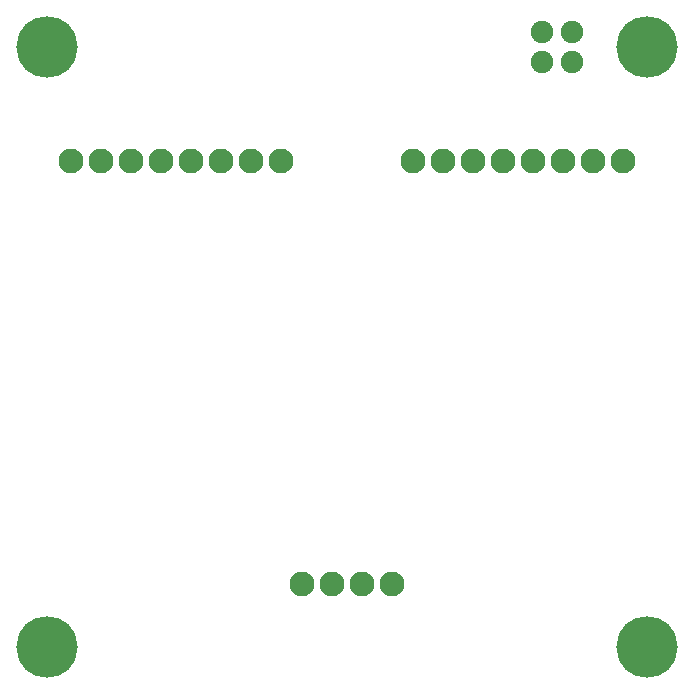
<source format=gbs>
G04 Layer: BottomSolderMaskLayer*
G04 Panelize: , Column: 2, Row: 2, Board Size: 58.42mm x 58.42mm, Panelized Board Size: 118.84mm x 118.84mm*
G04 EasyEDA v6.5.34, 2023-09-08 22:54:38*
G04 dba1fe39ed644193aaf89d91fc4d53de,5a6b42c53f6a479593ecc07194224c93,10*
G04 Gerber Generator version 0.2*
G04 Scale: 100 percent, Rotated: No, Reflected: No *
G04 Dimensions in millimeters *
G04 leading zeros omitted , absolute positions ,4 integer and 5 decimal *
%FSLAX45Y45*%
%MOMM*%

%ADD10C,5.2032*%
%ADD11C,1.9016*%
%ADD12C,2.1016*%

%LPD*%
D10*
G01*
X381000Y5461000D03*
G01*
X5461000Y5461000D03*
G01*
X5461000Y381000D03*
G01*
X381000Y381000D03*
D11*
G01*
X4572000Y5588000D03*
G01*
X4572000Y5334000D03*
G01*
X4826000Y5334000D03*
G01*
X4826000Y5588000D03*
D12*
G01*
X3479800Y4495800D03*
G01*
X3733800Y4495800D03*
G01*
X3987800Y4495800D03*
G01*
X4241800Y4495800D03*
G01*
X4495800Y4495800D03*
G01*
X4749800Y4495800D03*
G01*
X5003800Y4495800D03*
G01*
X5257800Y4495800D03*
G01*
X584200Y4495800D03*
G01*
X838200Y4495800D03*
G01*
X1092200Y4495800D03*
G01*
X1346200Y4495800D03*
G01*
X1600200Y4495800D03*
G01*
X1854200Y4495800D03*
G01*
X2108200Y4495800D03*
G01*
X2362200Y4495800D03*
G01*
X3302000Y914400D03*
G01*
X2540000Y914400D03*
G01*
X2794000Y914400D03*
G01*
X3048000Y914400D03*
M02*

</source>
